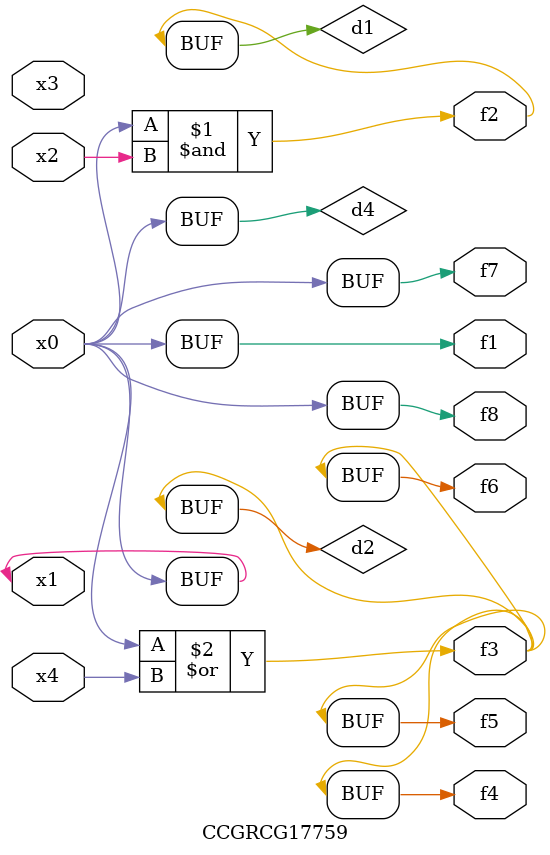
<source format=v>
module CCGRCG17759(
	input x0, x1, x2, x3, x4,
	output f1, f2, f3, f4, f5, f6, f7, f8
);

	wire d1, d2, d3, d4;

	and (d1, x0, x2);
	or (d2, x0, x4);
	nand (d3, x0, x2);
	buf (d4, x0, x1);
	assign f1 = d4;
	assign f2 = d1;
	assign f3 = d2;
	assign f4 = d2;
	assign f5 = d2;
	assign f6 = d2;
	assign f7 = d4;
	assign f8 = d4;
endmodule

</source>
